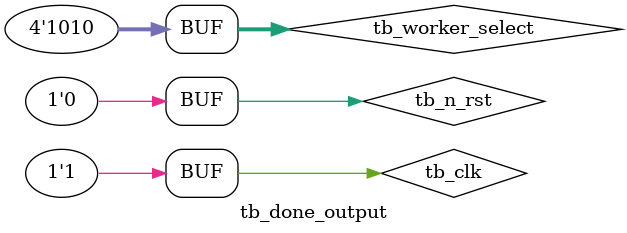
<source format=sv>
`timescale 1ns / 100ps

module tb_done_output ();

	// Define parameters
	// basic test bench parameters
	localparam CLK_PERIOD = 2.5;
	//localparam NUM_CNT_BITS = 4;
//	localparam NUM_X_BITS = 4;
//	localparam NUM_Y_BITS = 4;

	// Shared Test Variables
	reg tb_clk;
	logic tb_n_rst;
	logic [3:0] tb_worker_select;

	logic wr_done0; //actually start values... just didn't rename them.
	logic wr_done1;
	logic wr_done2;
	logic wr_done3;
	logic wr_done4;
	logic wr_done5;
	logic wr_done6;
	logic wr_done7;
	logic wr_done8;
	logic wr_done9;
	logic wr_done10;
	logic wr_done11;
	logic wr_done12;
	logic wr_done13;
	logic wr_done14;
	logic wr_done15;

	// Clock generation block
	always
	begin
		tb_clk = 1'b0;
		#(CLK_PERIOD/2.0);
		tb_clk = 1'b1;
		#(CLK_PERIOD/2.0);
	end

	done_output OUTPUT
	(
		.clk(tb_clk),
		.n_rst(tb_n_rst),
		.worker_select(tb_worker_select),

		.start0(wr_done0),
		.start1(wr_done1),
		.start2(wr_done2),
		.start3(wr_done3),
		.start4(wr_done4),
		.start5(wr_done5),
		.start6(wr_done6),
		.start7(wr_done7),
		.start8(wr_done8),
		.start9(wr_done9),
		.start10(wr_done10),
		.start11(wr_done11),
		.start12(wr_done12),
		.start13(wr_done13),
		.start14(wr_done14),
		.start15(wr_done15)
	);

	initial begin
		#(CLK_PERIOD/2.0);
		tb_n_rst = 0;
		//tb_clear = 0;
		//tb_enable = 0;

		#(CLK_PERIOD/2.0);
		//tb_enable = 1'b1;
		tb_worker_select = 4'b0011;

		#(CLK_PERIOD*4);
		//tb_clear = 1;
		#(CLK_PERIOD*4);
		tb_worker_select = 4'b1100;

		//tb_clear = 0;
		#(CLK_PERIOD*4);
		//tb_enable = 1;
		tb_worker_select = 4'b1010;

		#(CLK_PERIOD*4);
		//tb_clear = 1;
	end
endmodule

</source>
